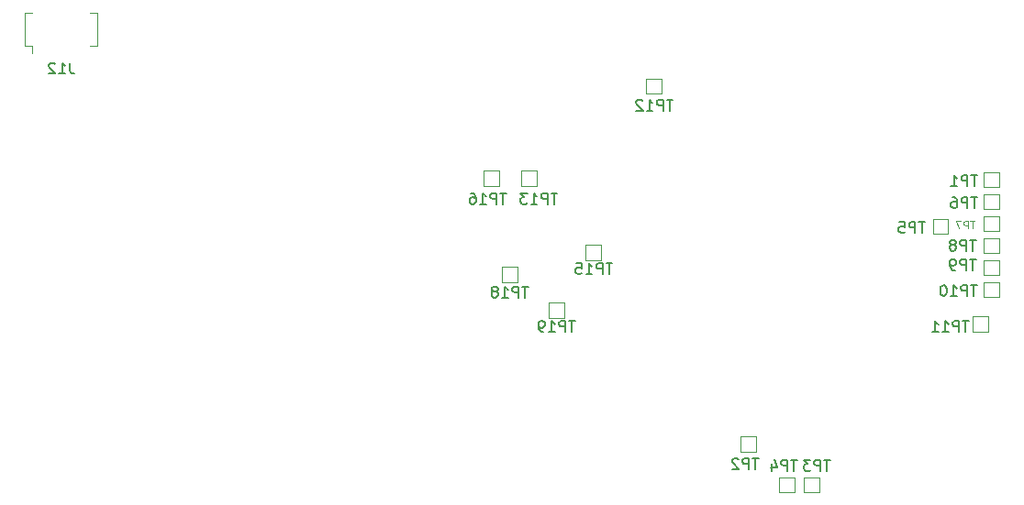
<source format=gbo>
G04 #@! TF.GenerationSoftware,KiCad,Pcbnew,(5.1.9-0-10_14)*
G04 #@! TF.CreationDate,2021-02-19T17:06:03+01:00*
G04 #@! TF.ProjectId,base-plane,62617365-2d70-46c6-916e-652e6b696361,rev?*
G04 #@! TF.SameCoordinates,Original*
G04 #@! TF.FileFunction,Legend,Bot*
G04 #@! TF.FilePolarity,Positive*
%FSLAX46Y46*%
G04 Gerber Fmt 4.6, Leading zero omitted, Abs format (unit mm)*
G04 Created by KiCad (PCBNEW (5.1.9-0-10_14)) date 2021-02-19 17:06:03*
%MOMM*%
%LPD*%
G01*
G04 APERTURE LIST*
%ADD10C,0.120000*%
%ADD11C,0.150000*%
%ADD12C,0.100000*%
G04 APERTURE END LIST*
D10*
G04 #@! TO.C,TP19*
X171385000Y-100776000D02*
X172785000Y-100776000D01*
X172785000Y-100776000D02*
X172785000Y-99376000D01*
X172785000Y-99376000D02*
X171385000Y-99376000D01*
X171385000Y-99376000D02*
X171385000Y-100776000D01*
G04 #@! TO.C,TP18*
X167067000Y-97474000D02*
X168467000Y-97474000D01*
X168467000Y-97474000D02*
X168467000Y-96074000D01*
X168467000Y-96074000D02*
X167067000Y-96074000D01*
X167067000Y-96074000D02*
X167067000Y-97474000D01*
G04 #@! TO.C,TP16*
X165416000Y-88584000D02*
X166816000Y-88584000D01*
X166816000Y-88584000D02*
X166816000Y-87184000D01*
X166816000Y-87184000D02*
X165416000Y-87184000D01*
X165416000Y-87184000D02*
X165416000Y-88584000D01*
G04 #@! TO.C,TP15*
X174814000Y-95442000D02*
X176214000Y-95442000D01*
X176214000Y-95442000D02*
X176214000Y-94042000D01*
X176214000Y-94042000D02*
X174814000Y-94042000D01*
X174814000Y-94042000D02*
X174814000Y-95442000D01*
G04 #@! TO.C,TP13*
X168845000Y-88584000D02*
X170245000Y-88584000D01*
X170245000Y-88584000D02*
X170245000Y-87184000D01*
X170245000Y-87184000D02*
X168845000Y-87184000D01*
X168845000Y-87184000D02*
X168845000Y-88584000D01*
G04 #@! TO.C,TP12*
X180402000Y-80075000D02*
X181802000Y-80075000D01*
X181802000Y-80075000D02*
X181802000Y-78675000D01*
X181802000Y-78675000D02*
X180402000Y-78675000D01*
X180402000Y-78675000D02*
X180402000Y-80075000D01*
G04 #@! TO.C,TP11*
X210501000Y-102046000D02*
X211901000Y-102046000D01*
X211901000Y-102046000D02*
X211901000Y-100646000D01*
X211901000Y-100646000D02*
X210501000Y-100646000D01*
X210501000Y-100646000D02*
X210501000Y-102046000D01*
G04 #@! TO.C,TP10*
X211517000Y-98871000D02*
X212917000Y-98871000D01*
X212917000Y-98871000D02*
X212917000Y-97471000D01*
X212917000Y-97471000D02*
X211517000Y-97471000D01*
X211517000Y-97471000D02*
X211517000Y-98871000D01*
G04 #@! TO.C,TP9*
X211517000Y-96839000D02*
X212917000Y-96839000D01*
X212917000Y-96839000D02*
X212917000Y-95439000D01*
X212917000Y-95439000D02*
X211517000Y-95439000D01*
X211517000Y-95439000D02*
X211517000Y-96839000D01*
G04 #@! TO.C,TP8*
X211517000Y-94807000D02*
X212917000Y-94807000D01*
X212917000Y-94807000D02*
X212917000Y-93407000D01*
X212917000Y-93407000D02*
X211517000Y-93407000D01*
X211517000Y-93407000D02*
X211517000Y-94807000D01*
G04 #@! TO.C,TP7*
X211517000Y-92775000D02*
X212917000Y-92775000D01*
X212917000Y-92775000D02*
X212917000Y-91375000D01*
X212917000Y-91375000D02*
X211517000Y-91375000D01*
X211517000Y-91375000D02*
X211517000Y-92775000D01*
G04 #@! TO.C,TP6*
X211517000Y-90743000D02*
X212917000Y-90743000D01*
X212917000Y-90743000D02*
X212917000Y-89343000D01*
X212917000Y-89343000D02*
X211517000Y-89343000D01*
X211517000Y-89343000D02*
X211517000Y-90743000D01*
G04 #@! TO.C,TP1*
X211517000Y-88711000D02*
X212917000Y-88711000D01*
X212917000Y-88711000D02*
X212917000Y-87311000D01*
X212917000Y-87311000D02*
X211517000Y-87311000D01*
X211517000Y-87311000D02*
X211517000Y-88711000D01*
G04 #@! TO.C,J12*
X129735000Y-75625000D02*
X129060000Y-75625000D01*
X129735000Y-72575000D02*
X129735000Y-75625000D01*
X129060000Y-72575000D02*
X129735000Y-72575000D01*
X123740000Y-75625000D02*
X123740000Y-76315000D01*
X123065000Y-75625000D02*
X123740000Y-75625000D01*
X123065000Y-72575000D02*
X123065000Y-75625000D01*
X123740000Y-72575000D02*
X123065000Y-72575000D01*
G04 #@! TO.C,TP5*
X208250000Y-91600000D02*
X206850000Y-91600000D01*
X206850000Y-91600000D02*
X206850000Y-93000000D01*
X206850000Y-93000000D02*
X208250000Y-93000000D01*
X208250000Y-93000000D02*
X208250000Y-91600000D01*
G04 #@! TO.C,TP4*
X192644800Y-116879600D02*
X194044800Y-116879600D01*
X194044800Y-116879600D02*
X194044800Y-115479600D01*
X194044800Y-115479600D02*
X192644800Y-115479600D01*
X192644800Y-115479600D02*
X192644800Y-116879600D01*
G04 #@! TO.C,TP3*
X194930800Y-116879600D02*
X196330800Y-116879600D01*
X196330800Y-116879600D02*
X196330800Y-115479600D01*
X196330800Y-115479600D02*
X194930800Y-115479600D01*
X194930800Y-115479600D02*
X194930800Y-116879600D01*
G04 #@! TO.C,TP2*
X189088800Y-113133100D02*
X190488800Y-113133100D01*
X190488800Y-113133100D02*
X190488800Y-111733100D01*
X190488800Y-111733100D02*
X189088800Y-111733100D01*
X189088800Y-111733100D02*
X189088800Y-113133100D01*
G04 #@! TO.C,TP19*
D11*
X173823095Y-101052380D02*
X173251666Y-101052380D01*
X173537380Y-102052380D02*
X173537380Y-101052380D01*
X172918333Y-102052380D02*
X172918333Y-101052380D01*
X172537380Y-101052380D01*
X172442142Y-101100000D01*
X172394523Y-101147619D01*
X172346904Y-101242857D01*
X172346904Y-101385714D01*
X172394523Y-101480952D01*
X172442142Y-101528571D01*
X172537380Y-101576190D01*
X172918333Y-101576190D01*
X171394523Y-102052380D02*
X171965952Y-102052380D01*
X171680238Y-102052380D02*
X171680238Y-101052380D01*
X171775476Y-101195238D01*
X171870714Y-101290476D01*
X171965952Y-101338095D01*
X170918333Y-102052380D02*
X170727857Y-102052380D01*
X170632619Y-102004761D01*
X170585000Y-101957142D01*
X170489761Y-101814285D01*
X170442142Y-101623809D01*
X170442142Y-101242857D01*
X170489761Y-101147619D01*
X170537380Y-101100000D01*
X170632619Y-101052380D01*
X170823095Y-101052380D01*
X170918333Y-101100000D01*
X170965952Y-101147619D01*
X171013571Y-101242857D01*
X171013571Y-101480952D01*
X170965952Y-101576190D01*
X170918333Y-101623809D01*
X170823095Y-101671428D01*
X170632619Y-101671428D01*
X170537380Y-101623809D01*
X170489761Y-101576190D01*
X170442142Y-101480952D01*
G04 #@! TO.C,TP18*
X169505095Y-97877380D02*
X168933666Y-97877380D01*
X169219380Y-98877380D02*
X169219380Y-97877380D01*
X168600333Y-98877380D02*
X168600333Y-97877380D01*
X168219380Y-97877380D01*
X168124142Y-97925000D01*
X168076523Y-97972619D01*
X168028904Y-98067857D01*
X168028904Y-98210714D01*
X168076523Y-98305952D01*
X168124142Y-98353571D01*
X168219380Y-98401190D01*
X168600333Y-98401190D01*
X167076523Y-98877380D02*
X167647952Y-98877380D01*
X167362238Y-98877380D02*
X167362238Y-97877380D01*
X167457476Y-98020238D01*
X167552714Y-98115476D01*
X167647952Y-98163095D01*
X166505095Y-98305952D02*
X166600333Y-98258333D01*
X166647952Y-98210714D01*
X166695571Y-98115476D01*
X166695571Y-98067857D01*
X166647952Y-97972619D01*
X166600333Y-97925000D01*
X166505095Y-97877380D01*
X166314619Y-97877380D01*
X166219380Y-97925000D01*
X166171761Y-97972619D01*
X166124142Y-98067857D01*
X166124142Y-98115476D01*
X166171761Y-98210714D01*
X166219380Y-98258333D01*
X166314619Y-98305952D01*
X166505095Y-98305952D01*
X166600333Y-98353571D01*
X166647952Y-98401190D01*
X166695571Y-98496428D01*
X166695571Y-98686904D01*
X166647952Y-98782142D01*
X166600333Y-98829761D01*
X166505095Y-98877380D01*
X166314619Y-98877380D01*
X166219380Y-98829761D01*
X166171761Y-98782142D01*
X166124142Y-98686904D01*
X166124142Y-98496428D01*
X166171761Y-98401190D01*
X166219380Y-98353571D01*
X166314619Y-98305952D01*
G04 #@! TO.C,TP16*
X167473095Y-89241380D02*
X166901666Y-89241380D01*
X167187380Y-90241380D02*
X167187380Y-89241380D01*
X166568333Y-90241380D02*
X166568333Y-89241380D01*
X166187380Y-89241380D01*
X166092142Y-89289000D01*
X166044523Y-89336619D01*
X165996904Y-89431857D01*
X165996904Y-89574714D01*
X166044523Y-89669952D01*
X166092142Y-89717571D01*
X166187380Y-89765190D01*
X166568333Y-89765190D01*
X165044523Y-90241380D02*
X165615952Y-90241380D01*
X165330238Y-90241380D02*
X165330238Y-89241380D01*
X165425476Y-89384238D01*
X165520714Y-89479476D01*
X165615952Y-89527095D01*
X164187380Y-89241380D02*
X164377857Y-89241380D01*
X164473095Y-89289000D01*
X164520714Y-89336619D01*
X164615952Y-89479476D01*
X164663571Y-89669952D01*
X164663571Y-90050904D01*
X164615952Y-90146142D01*
X164568333Y-90193761D01*
X164473095Y-90241380D01*
X164282619Y-90241380D01*
X164187380Y-90193761D01*
X164139761Y-90146142D01*
X164092142Y-90050904D01*
X164092142Y-89812809D01*
X164139761Y-89717571D01*
X164187380Y-89669952D01*
X164282619Y-89622333D01*
X164473095Y-89622333D01*
X164568333Y-89669952D01*
X164615952Y-89717571D01*
X164663571Y-89812809D01*
G04 #@! TO.C,TP15*
X177252095Y-95718380D02*
X176680666Y-95718380D01*
X176966380Y-96718380D02*
X176966380Y-95718380D01*
X176347333Y-96718380D02*
X176347333Y-95718380D01*
X175966380Y-95718380D01*
X175871142Y-95766000D01*
X175823523Y-95813619D01*
X175775904Y-95908857D01*
X175775904Y-96051714D01*
X175823523Y-96146952D01*
X175871142Y-96194571D01*
X175966380Y-96242190D01*
X176347333Y-96242190D01*
X174823523Y-96718380D02*
X175394952Y-96718380D01*
X175109238Y-96718380D02*
X175109238Y-95718380D01*
X175204476Y-95861238D01*
X175299714Y-95956476D01*
X175394952Y-96004095D01*
X173918761Y-95718380D02*
X174394952Y-95718380D01*
X174442571Y-96194571D01*
X174394952Y-96146952D01*
X174299714Y-96099333D01*
X174061619Y-96099333D01*
X173966380Y-96146952D01*
X173918761Y-96194571D01*
X173871142Y-96289809D01*
X173871142Y-96527904D01*
X173918761Y-96623142D01*
X173966380Y-96670761D01*
X174061619Y-96718380D01*
X174299714Y-96718380D01*
X174394952Y-96670761D01*
X174442571Y-96623142D01*
G04 #@! TO.C,TP13*
X172172095Y-89241380D02*
X171600666Y-89241380D01*
X171886380Y-90241380D02*
X171886380Y-89241380D01*
X171267333Y-90241380D02*
X171267333Y-89241380D01*
X170886380Y-89241380D01*
X170791142Y-89289000D01*
X170743523Y-89336619D01*
X170695904Y-89431857D01*
X170695904Y-89574714D01*
X170743523Y-89669952D01*
X170791142Y-89717571D01*
X170886380Y-89765190D01*
X171267333Y-89765190D01*
X169743523Y-90241380D02*
X170314952Y-90241380D01*
X170029238Y-90241380D02*
X170029238Y-89241380D01*
X170124476Y-89384238D01*
X170219714Y-89479476D01*
X170314952Y-89527095D01*
X169410190Y-89241380D02*
X168791142Y-89241380D01*
X169124476Y-89622333D01*
X168981619Y-89622333D01*
X168886380Y-89669952D01*
X168838761Y-89717571D01*
X168791142Y-89812809D01*
X168791142Y-90050904D01*
X168838761Y-90146142D01*
X168886380Y-90193761D01*
X168981619Y-90241380D01*
X169267333Y-90241380D01*
X169362571Y-90193761D01*
X169410190Y-90146142D01*
G04 #@! TO.C,TP12*
X182840095Y-80605380D02*
X182268666Y-80605380D01*
X182554380Y-81605380D02*
X182554380Y-80605380D01*
X181935333Y-81605380D02*
X181935333Y-80605380D01*
X181554380Y-80605380D01*
X181459142Y-80653000D01*
X181411523Y-80700619D01*
X181363904Y-80795857D01*
X181363904Y-80938714D01*
X181411523Y-81033952D01*
X181459142Y-81081571D01*
X181554380Y-81129190D01*
X181935333Y-81129190D01*
X180411523Y-81605380D02*
X180982952Y-81605380D01*
X180697238Y-81605380D02*
X180697238Y-80605380D01*
X180792476Y-80748238D01*
X180887714Y-80843476D01*
X180982952Y-80891095D01*
X180030571Y-80700619D02*
X179982952Y-80653000D01*
X179887714Y-80605380D01*
X179649619Y-80605380D01*
X179554380Y-80653000D01*
X179506761Y-80700619D01*
X179459142Y-80795857D01*
X179459142Y-80891095D01*
X179506761Y-81033952D01*
X180078190Y-81605380D01*
X179459142Y-81605380D01*
G04 #@! TO.C,TP11*
X210145095Y-101052380D02*
X209573666Y-101052380D01*
X209859380Y-102052380D02*
X209859380Y-101052380D01*
X209240333Y-102052380D02*
X209240333Y-101052380D01*
X208859380Y-101052380D01*
X208764142Y-101100000D01*
X208716523Y-101147619D01*
X208668904Y-101242857D01*
X208668904Y-101385714D01*
X208716523Y-101480952D01*
X208764142Y-101528571D01*
X208859380Y-101576190D01*
X209240333Y-101576190D01*
X207716523Y-102052380D02*
X208287952Y-102052380D01*
X208002238Y-102052380D02*
X208002238Y-101052380D01*
X208097476Y-101195238D01*
X208192714Y-101290476D01*
X208287952Y-101338095D01*
X206764142Y-102052380D02*
X207335571Y-102052380D01*
X207049857Y-102052380D02*
X207049857Y-101052380D01*
X207145095Y-101195238D01*
X207240333Y-101290476D01*
X207335571Y-101338095D01*
G04 #@! TO.C,TP10*
X210907095Y-97750380D02*
X210335666Y-97750380D01*
X210621380Y-98750380D02*
X210621380Y-97750380D01*
X210002333Y-98750380D02*
X210002333Y-97750380D01*
X209621380Y-97750380D01*
X209526142Y-97798000D01*
X209478523Y-97845619D01*
X209430904Y-97940857D01*
X209430904Y-98083714D01*
X209478523Y-98178952D01*
X209526142Y-98226571D01*
X209621380Y-98274190D01*
X210002333Y-98274190D01*
X208478523Y-98750380D02*
X209049952Y-98750380D01*
X208764238Y-98750380D02*
X208764238Y-97750380D01*
X208859476Y-97893238D01*
X208954714Y-97988476D01*
X209049952Y-98036095D01*
X207859476Y-97750380D02*
X207764238Y-97750380D01*
X207669000Y-97798000D01*
X207621380Y-97845619D01*
X207573761Y-97940857D01*
X207526142Y-98131333D01*
X207526142Y-98369428D01*
X207573761Y-98559904D01*
X207621380Y-98655142D01*
X207669000Y-98702761D01*
X207764238Y-98750380D01*
X207859476Y-98750380D01*
X207954714Y-98702761D01*
X208002333Y-98655142D01*
X208049952Y-98559904D01*
X208097571Y-98369428D01*
X208097571Y-98131333D01*
X208049952Y-97940857D01*
X208002333Y-97845619D01*
X207954714Y-97798000D01*
X207859476Y-97750380D01*
G04 #@! TO.C,TP9*
X210811904Y-95337380D02*
X210240476Y-95337380D01*
X210526190Y-96337380D02*
X210526190Y-95337380D01*
X209907142Y-96337380D02*
X209907142Y-95337380D01*
X209526190Y-95337380D01*
X209430952Y-95385000D01*
X209383333Y-95432619D01*
X209335714Y-95527857D01*
X209335714Y-95670714D01*
X209383333Y-95765952D01*
X209430952Y-95813571D01*
X209526190Y-95861190D01*
X209907142Y-95861190D01*
X208859523Y-96337380D02*
X208669047Y-96337380D01*
X208573809Y-96289761D01*
X208526190Y-96242142D01*
X208430952Y-96099285D01*
X208383333Y-95908809D01*
X208383333Y-95527857D01*
X208430952Y-95432619D01*
X208478571Y-95385000D01*
X208573809Y-95337380D01*
X208764285Y-95337380D01*
X208859523Y-95385000D01*
X208907142Y-95432619D01*
X208954761Y-95527857D01*
X208954761Y-95765952D01*
X208907142Y-95861190D01*
X208859523Y-95908809D01*
X208764285Y-95956428D01*
X208573809Y-95956428D01*
X208478571Y-95908809D01*
X208430952Y-95861190D01*
X208383333Y-95765952D01*
G04 #@! TO.C,TP8*
X210811904Y-93559380D02*
X210240476Y-93559380D01*
X210526190Y-94559380D02*
X210526190Y-93559380D01*
X209907142Y-94559380D02*
X209907142Y-93559380D01*
X209526190Y-93559380D01*
X209430952Y-93607000D01*
X209383333Y-93654619D01*
X209335714Y-93749857D01*
X209335714Y-93892714D01*
X209383333Y-93987952D01*
X209430952Y-94035571D01*
X209526190Y-94083190D01*
X209907142Y-94083190D01*
X208764285Y-93987952D02*
X208859523Y-93940333D01*
X208907142Y-93892714D01*
X208954761Y-93797476D01*
X208954761Y-93749857D01*
X208907142Y-93654619D01*
X208859523Y-93607000D01*
X208764285Y-93559380D01*
X208573809Y-93559380D01*
X208478571Y-93607000D01*
X208430952Y-93654619D01*
X208383333Y-93749857D01*
X208383333Y-93797476D01*
X208430952Y-93892714D01*
X208478571Y-93940333D01*
X208573809Y-93987952D01*
X208764285Y-93987952D01*
X208859523Y-94035571D01*
X208907142Y-94083190D01*
X208954761Y-94178428D01*
X208954761Y-94368904D01*
X208907142Y-94464142D01*
X208859523Y-94511761D01*
X208764285Y-94559380D01*
X208573809Y-94559380D01*
X208478571Y-94511761D01*
X208430952Y-94464142D01*
X208383333Y-94368904D01*
X208383333Y-94178428D01*
X208430952Y-94083190D01*
X208478571Y-94035571D01*
X208573809Y-93987952D01*
G04 #@! TO.C,TP7*
D12*
X210687333Y-91818666D02*
X210287333Y-91818666D01*
X210487333Y-92518666D02*
X210487333Y-91818666D01*
X210054000Y-92518666D02*
X210054000Y-91818666D01*
X209787333Y-91818666D01*
X209720666Y-91852000D01*
X209687333Y-91885333D01*
X209654000Y-91952000D01*
X209654000Y-92052000D01*
X209687333Y-92118666D01*
X209720666Y-92152000D01*
X209787333Y-92185333D01*
X210054000Y-92185333D01*
X209420666Y-91818666D02*
X208954000Y-91818666D01*
X209254000Y-92518666D01*
G04 #@! TO.C,TP6*
D11*
X210938904Y-89622380D02*
X210367476Y-89622380D01*
X210653190Y-90622380D02*
X210653190Y-89622380D01*
X210034142Y-90622380D02*
X210034142Y-89622380D01*
X209653190Y-89622380D01*
X209557952Y-89670000D01*
X209510333Y-89717619D01*
X209462714Y-89812857D01*
X209462714Y-89955714D01*
X209510333Y-90050952D01*
X209557952Y-90098571D01*
X209653190Y-90146190D01*
X210034142Y-90146190D01*
X208605571Y-89622380D02*
X208796047Y-89622380D01*
X208891285Y-89670000D01*
X208938904Y-89717619D01*
X209034142Y-89860476D01*
X209081761Y-90050952D01*
X209081761Y-90431904D01*
X209034142Y-90527142D01*
X208986523Y-90574761D01*
X208891285Y-90622380D01*
X208700809Y-90622380D01*
X208605571Y-90574761D01*
X208557952Y-90527142D01*
X208510333Y-90431904D01*
X208510333Y-90193809D01*
X208557952Y-90098571D01*
X208605571Y-90050952D01*
X208700809Y-90003333D01*
X208891285Y-90003333D01*
X208986523Y-90050952D01*
X209034142Y-90098571D01*
X209081761Y-90193809D01*
G04 #@! TO.C,TP1*
X210938904Y-87590380D02*
X210367476Y-87590380D01*
X210653190Y-88590380D02*
X210653190Y-87590380D01*
X210034142Y-88590380D02*
X210034142Y-87590380D01*
X209653190Y-87590380D01*
X209557952Y-87638000D01*
X209510333Y-87685619D01*
X209462714Y-87780857D01*
X209462714Y-87923714D01*
X209510333Y-88018952D01*
X209557952Y-88066571D01*
X209653190Y-88114190D01*
X210034142Y-88114190D01*
X208510333Y-88590380D02*
X209081761Y-88590380D01*
X208796047Y-88590380D02*
X208796047Y-87590380D01*
X208891285Y-87733238D01*
X208986523Y-87828476D01*
X209081761Y-87876095D01*
G04 #@! TO.C,J12*
X127209523Y-77202380D02*
X127209523Y-77916666D01*
X127257142Y-78059523D01*
X127352380Y-78154761D01*
X127495238Y-78202380D01*
X127590476Y-78202380D01*
X126209523Y-78202380D02*
X126780952Y-78202380D01*
X126495238Y-78202380D02*
X126495238Y-77202380D01*
X126590476Y-77345238D01*
X126685714Y-77440476D01*
X126780952Y-77488095D01*
X125828571Y-77297619D02*
X125780952Y-77250000D01*
X125685714Y-77202380D01*
X125447619Y-77202380D01*
X125352380Y-77250000D01*
X125304761Y-77297619D01*
X125257142Y-77392857D01*
X125257142Y-77488095D01*
X125304761Y-77630952D01*
X125876190Y-78202380D01*
X125257142Y-78202380D01*
G04 #@! TO.C,TP5*
X206112904Y-91908380D02*
X205541476Y-91908380D01*
X205827190Y-92908380D02*
X205827190Y-91908380D01*
X205208142Y-92908380D02*
X205208142Y-91908380D01*
X204827190Y-91908380D01*
X204731952Y-91956000D01*
X204684333Y-92003619D01*
X204636714Y-92098857D01*
X204636714Y-92241714D01*
X204684333Y-92336952D01*
X204731952Y-92384571D01*
X204827190Y-92432190D01*
X205208142Y-92432190D01*
X203731952Y-91908380D02*
X204208142Y-91908380D01*
X204255761Y-92384571D01*
X204208142Y-92336952D01*
X204112904Y-92289333D01*
X203874809Y-92289333D01*
X203779571Y-92336952D01*
X203731952Y-92384571D01*
X203684333Y-92479809D01*
X203684333Y-92717904D01*
X203731952Y-92813142D01*
X203779571Y-92860761D01*
X203874809Y-92908380D01*
X204112904Y-92908380D01*
X204208142Y-92860761D01*
X204255761Y-92813142D01*
G04 #@! TO.C,TP4*
X194311904Y-113886580D02*
X193740476Y-113886580D01*
X194026190Y-114886580D02*
X194026190Y-113886580D01*
X193407142Y-114886580D02*
X193407142Y-113886580D01*
X193026190Y-113886580D01*
X192930952Y-113934200D01*
X192883333Y-113981819D01*
X192835714Y-114077057D01*
X192835714Y-114219914D01*
X192883333Y-114315152D01*
X192930952Y-114362771D01*
X193026190Y-114410390D01*
X193407142Y-114410390D01*
X191978571Y-114219914D02*
X191978571Y-114886580D01*
X192216666Y-113838961D02*
X192454761Y-114553247D01*
X191835714Y-114553247D01*
G04 #@! TO.C,TP3*
X197361904Y-113886580D02*
X196790476Y-113886580D01*
X197076190Y-114886580D02*
X197076190Y-113886580D01*
X196457142Y-114886580D02*
X196457142Y-113886580D01*
X196076190Y-113886580D01*
X195980952Y-113934200D01*
X195933333Y-113981819D01*
X195885714Y-114077057D01*
X195885714Y-114219914D01*
X195933333Y-114315152D01*
X195980952Y-114362771D01*
X196076190Y-114410390D01*
X196457142Y-114410390D01*
X195552380Y-113886580D02*
X194933333Y-113886580D01*
X195266666Y-114267533D01*
X195123809Y-114267533D01*
X195028571Y-114315152D01*
X194980952Y-114362771D01*
X194933333Y-114458009D01*
X194933333Y-114696104D01*
X194980952Y-114791342D01*
X195028571Y-114838961D01*
X195123809Y-114886580D01*
X195409523Y-114886580D01*
X195504761Y-114838961D01*
X195552380Y-114791342D01*
G04 #@! TO.C,TP2*
X190745904Y-113752380D02*
X190174476Y-113752380D01*
X190460190Y-114752380D02*
X190460190Y-113752380D01*
X189841142Y-114752380D02*
X189841142Y-113752380D01*
X189460190Y-113752380D01*
X189364952Y-113800000D01*
X189317333Y-113847619D01*
X189269714Y-113942857D01*
X189269714Y-114085714D01*
X189317333Y-114180952D01*
X189364952Y-114228571D01*
X189460190Y-114276190D01*
X189841142Y-114276190D01*
X188888761Y-113847619D02*
X188841142Y-113800000D01*
X188745904Y-113752380D01*
X188507809Y-113752380D01*
X188412571Y-113800000D01*
X188364952Y-113847619D01*
X188317333Y-113942857D01*
X188317333Y-114038095D01*
X188364952Y-114180952D01*
X188936380Y-114752380D01*
X188317333Y-114752380D01*
G04 #@! TD*
M02*

</source>
